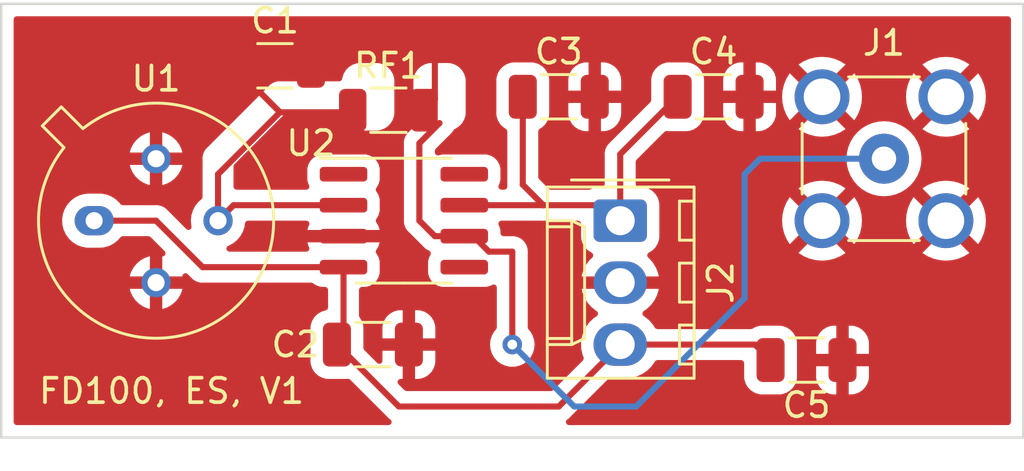
<source format=kicad_pcb>
(kicad_pcb (version 20211014) (generator pcbnew)
  (layers (0 "F.Cu" signal) (31 "B.Cu" signal) (34 "B.Paste" user) (35 "F.Paste" user) (36 "B.SilkS" user "B.Silkscreen") (37 "F.SilkS" user "F.Silkscreen") (38 "B.Mask" user) (39 "F.Mask" user) (44 "Edge.Cuts" user))
  (net 0 "")
  (net 1 "output")
  (net 2 "-5V")
  (net 3 "GND")
  (net 4 "+5V")
  (net 5 "Net-(RF1-Pad1)")
  (footprint "Capacitor_SMD:C_1206_3216Metric" (layer "F.Cu") (at 184.15 99.06)
    (fp_text reference "C2" (at -3.175 0) (layer "F.SilkS"))
    (fp_text value "0.1u")
    (fp_line (start -0.711252 0.91) (end 0.711252 0.91) (layer "F.SilkS") (width 0.12))
    (fp_line (start -0.711252 -0.91) (end 0.711252 -0.91) (layer "F.SilkS") (width 0.12))
    (pad "1" smd roundrect (at -1.475 0) (size 1.15 1.8) (layers "F.Cu" "F.Paste" "F.Mask") (roundrect_rratio 0.2173913043) (net 2 "-5V"))
    (pad "2" smd roundrect (at 1.475 0) (size 1.15 1.8) (layers "F.Cu" "F.Paste" "F.Mask") (roundrect_rratio 0.2173913043) (net 3 "GND"))
  )
  (footprint "Package_SO:SOIC-8_3.9x4.9mm_P1.27mm" (layer "F.Cu") (at 185.42 93.98)
    (fp_text reference "U2" (at -3.81 -3.175) (layer "F.SilkS"))
    (fp_text value "OPA356xxD")
    (fp_line (start 0 2.56) (end -1.95 2.56) (layer "F.SilkS") (width 0.12))
    (fp_line (start 0 2.56) (end 1.95 2.56) (layer "F.SilkS") (width 0.12))
    (fp_line (start 0 -2.56) (end -3.45 -2.56) (layer "F.SilkS") (width 0.12))
    (fp_line (start 0 -2.56) (end 1.95 -2.56) (layer "F.SilkS") (width 0.12))
    (pad "1" smd roundrect (at -2.475 -1.905) (size 1.95 0.6) (layers "F.Cu" "F.Paste" "F.Mask"))
    (pad "2" smd roundrect (at -2.475 -0.635) (size 1.95 0.6) (layers "F.Cu" "F.Paste" "F.Mask") (net 5 "Net-(RF1-Pad1)"))
    (pad "3" smd roundrect (at -2.475 0.635) (size 1.95 0.6) (layers "F.Cu" "F.Paste" "F.Mask") (net 3 "GND"))
    (pad "4" smd roundrect (at -2.475 1.905) (size 1.95 0.6) (layers "F.Cu" "F.Paste" "F.Mask") (net 2 "-5V"))
    (pad "5" smd roundrect (at 2.475 1.905) (size 1.95 0.6) (layers "F.Cu" "F.Paste" "F.Mask"))
    (pad "6" smd roundrect (at 2.475 0.635) (size 1.95 0.6) (layers "F.Cu" "F.Paste" "F.Mask") (net 1 "output"))
    (pad "7" smd roundrect (at 2.475 -0.635) (size 1.95 0.6) (layers "F.Cu" "F.Paste" "F.Mask") (net 4 "+5V"))
    (pad "8" smd roundrect (at 2.475 -1.905) (size 1.95 0.6) (layers "F.Cu" "F.Paste" "F.Mask"))
  )
  (footprint "Capacitor_SMD:C_1206_3216Metric" (layer "F.Cu") (at 201.93 99.695 180)
    (fp_text reference "C5" (at 0 -1.85) (layer "F.SilkS"))
    (fp_text value "10u")
    (fp_line (start -0.711252 -0.91) (end 0.711252 -0.91) (layer "F.SilkS") (width 0.12))
    (fp_line (start -0.711252 0.91) (end 0.711252 0.91) (layer "F.SilkS") (width 0.12))
    (pad "1" smd roundrect (at -1.475 0 180) (size 1.15 1.8) (layers "F.Cu" "F.Paste" "F.Mask") (roundrect_rratio 0.2173913043) (net 3 "GND"))
    (pad "2" smd roundrect (at 1.475 0 180) (size 1.15 1.8) (layers "F.Cu" "F.Paste" "F.Mask") (roundrect_rratio 0.2173913043) (net 2 "-5V"))
  )
  (footprint "Connector_Coaxial:SMA_Amphenol_901-144_Vertical" (layer "F.Cu") (at 205.105 91.44)
    (fp_text reference "J1" (at 0 -4.75) (layer "F.SilkS"))
    (fp_text value "Conn_Coaxial")
    (fp_line (start -3.355 -1.45) (end -3.355 1.45) (layer "F.SilkS") (width 0.12))
    (fp_line (start -1.45 -3.355) (end 1.45 -3.355) (layer "F.SilkS") (width 0.12))
    (fp_line (start 3.355 -1.45) (end 3.355 1.45) (layer "F.SilkS") (width 0.12))
    (fp_line (start -1.45 3.355) (end 1.45 3.355) (layer "F.SilkS") (width 0.12))
    (pad "1" thru_hole circle (at 0 0) (size 2.05 2.05) (drill 1) (layers *.Cu *.Mask) (net 1 "output"))
    (pad "2" thru_hole circle (at -2.54 2.54) (size 2.25 2.25) (drill 1.5) (layers *.Cu *.Mask) (net 3 "GND"))
    (pad "2" thru_hole circle (at 2.54 -2.54) (size 2.25 2.25) (drill 1.5) (layers *.Cu *.Mask) (net 3 "GND"))
    (pad "2" thru_hole circle (at -2.54 -2.54) (size 2.25 2.25) (drill 1.5) (layers *.Cu *.Mask) (net 3 "GND"))
    (pad "2" thru_hole circle (at 2.54 2.54) (size 2.25 2.25) (drill 1.5) (layers *.Cu *.Mask) (net 3 "GND"))
  )
  (footprint "Capacitor_SMD:C_1206_3216Metric" (layer "F.Cu") (at 191.77 88.9)
    (fp_text reference "C3" (at 0 -1.85) (layer "F.SilkS"))
    (fp_text value "0.1u")
    (fp_line (start -0.711252 0.91) (end 0.711252 0.91) (layer "F.SilkS") (width 0.12))
    (fp_line (start -0.711252 -0.91) (end 0.711252 -0.91) (layer "F.SilkS") (width 0.12))
    (pad "1" smd roundrect (at -1.475 0) (size 1.15 1.8) (layers "F.Cu" "F.Paste" "F.Mask") (roundrect_rratio 0.2173913043) (net 4 "+5V"))
    (pad "2" smd roundrect (at 1.475 0) (size 1.15 1.8) (layers "F.Cu" "F.Paste" "F.Mask") (roundrect_rratio 0.2173913043) (net 3 "GND"))
  )
  (footprint "Capacitor_SMD:C_1206_3216Metric" (layer "F.Cu") (at 198.12 88.9)
    (fp_text reference "C4" (at 0 -1.85) (layer "F.SilkS"))
    (fp_text value "10u")
    (fp_line (start -0.711252 0.91) (end 0.711252 0.91) (layer "F.SilkS") (width 0.12))
    (fp_line (start -0.711252 -0.91) (end 0.711252 -0.91) (layer "F.SilkS") (width 0.12))
    (pad "1" smd roundrect (at -1.475 0) (size 1.15 1.8) (layers "F.Cu" "F.Paste" "F.Mask") (roundrect_rratio 0.2173913043) (net 4 "+5V"))
    (pad "2" smd roundrect (at 1.475 0) (size 1.15 1.8) (layers "F.Cu" "F.Paste" "F.Mask") (roundrect_rratio 0.2173913043) (net 3 "GND"))
  )
  (footprint "Resistor_SMD:R_1206_3216Metric" (layer "F.Cu") (at 184.785 89.45)
    (fp_text reference "RF1" (at 0 -1.82) (layer "F.SilkS"))
    (fp_text value "1k")
    (fp_line (start -0.727064 0.91) (end 0.727064 0.91) (layer "F.SilkS") (width 0.12))
    (fp_line (start -0.727064 -0.91) (end 0.727064 -0.91) (layer "F.SilkS") (width 0.12))
    (pad "1" smd roundrect (at -1.4625 0) (size 1.125 1.75) (layers "F.Cu" "F.Paste" "F.Mask") (roundrect_rratio 0.2222222222) (net 5 "Net-(RF1-Pad1)"))
    (pad "2" smd roundrect (at 1.4625 0) (size 1.125 1.75) (layers "F.Cu" "F.Paste" "F.Mask") (roundrect_rratio 0.2222222222) (net 1 "output"))
  )
  (footprint "Capacitor_SMD:C_1206_3216Metric" (layer "F.Cu") (at 180.135 87.63)
    (fp_text reference "C1" (at 0 -1.85) (layer "F.SilkS"))
    (fp_text value "C")
    (fp_line (start -0.711252 -0.91) (end 0.711252 -0.91) (layer "F.SilkS") (width 0.12))
    (fp_line (start -0.711252 0.91) (end 0.711252 0.91) (layer "F.SilkS") (width 0.12))
    (pad "1" smd roundrect (at -1.475 0) (size 1.15 1.8) (layers "F.Cu" "F.Paste" "F.Mask") (roundrect_rratio 0.217391) (net 5 "Net-(RF1-Pad1)"))
    (pad "2" smd roundrect (at 1.475 0) (size 1.15 1.8) (layers "F.Cu" "F.Paste" "F.Mask") (roundrect_rratio 0.217391) (net 1 "output"))
  )
  (footprint "Package_TO_SOT_THT:TO-33-4" (layer "F.Cu") (at 172.72 93.98)
    (fp_text reference "U1" (at 2.54 -5.82) (layer "F.SilkS"))
    (fp_text value "FDS100")
    (fp_line (start -0.457084 -3.774902) (end -1.348039 -4.665856) (layer "F.SilkS") (width 0.12))
    (fp_line (start -1.348039 -4.665856) (end -2.125856 -3.888039) (layer "F.SilkS") (width 0.12))
    (fp_line (start -2.125856 -3.888039) (end -1.234902 -2.997084) (layer "F.SilkS") (width 0.12))
    (fp_arc (start -0.457084 -3.774902) (mid 5.948125 3.408384) (end -1.234674 -2.997371) (layer "F.SilkS") (width 0.12))
    (pad "1" thru_hole oval (at 0 0) (size 1.6 1.2) (drill 0.7) (layers *.Cu *.Mask) (net 2 "-5V"))
    (pad "2" thru_hole oval (at 2.54 2.54) (size 1.2 1.2) (drill 0.7) (layers *.Cu *.Mask) (net 3 "GND"))
    (pad "2" thru_hole oval (at 2.54 -2.54) (size 1.2 1.2) (drill 0.7) (layers *.Cu *.Mask) (net 3 "GND"))
    (pad "3" thru_hole oval (at 5.08 0) (size 1.2 1.2) (drill 0.7) (layers *.Cu *.Mask) (net 5 "Net-(RF1-Pad1)"))
  )
  (footprint "Connector_Molex:Molex_KK-254_AE-6410-03A_1x03_P2.54mm_Vertical" (layer "F.Cu") (at 194.29 93.98 -90)
    (fp_text reference "J2" (at 2.54 -4.12 90) (layer "F.SilkS"))
    (fp_text value "Conn_01x03_Female")
    (fp_line (start 0 1.99) (end 5.08 1.99) (layer "F.SilkS") (width 0.12))
    (fp_line (start 1.74 -3.03) (end 1.74 -2.43) (layer "F.SilkS") (width 0.12))
    (fp_line (start 0.8 -2.43) (end 0.8 -3.03) (layer "F.SilkS") (width 0.12))
    (fp_line (start -0.8 -2.43) (end 0.8 -2.43) (layer "F.SilkS") (width 0.12))
    (fp_line (start 0 1.99) (end 0.25 1.46) (layer "F.SilkS") (width 0.12))
    (fp_line (start 4.28 -2.43) (end 5.88 -2.43) (layer "F.SilkS") (width 0.12))
    (fp_line (start 5.08 1.99) (end 5.08 2.99) (layer "F.SilkS") (width 0.12))
    (fp_line (start 0.25 1.46) (end 4.83 1.46) (layer "F.SilkS") (width 0.12))
    (fp_line (start 4.83 1.46) (end 5.08 1.99) (layer "F.SilkS") (width 0.12))
    (fp_line (start -1.38 -3.03) (end -1.38 2.99) (layer "F.SilkS") (width 0.12))
    (fp_line (start 0.25 2.99) (end 0.25 1.99) (layer "F.SilkS") (width 0.12))
    (fp_line (start -0.8 -3.03) (end -0.8 -2.43) (layer "F.SilkS") (width 0.12))
    (fp_line (start -1.67 -2) (end -1.67 2) (layer "F.SilkS") (width 0.12))
    (fp_line (start 6.46 2.99) (end 6.46 -3.03) (layer "F.SilkS") (width 0.12))
    (fp_line (start 4.28 -3.03) (end 4.28 -2.43) (layer "F.SilkS") (width 0.12))
    (fp_line (start 1.74 -2.43) (end 3.34 -2.43) (layer "F.SilkS") (width 0.12))
    (fp_line (start 5.88 -2.43) (end 5.88 -3.03) (layer "F.SilkS") (width 0.12))
    (fp_line (start 3.34 -2.43) (end 3.34 -3.03) (layer "F.SilkS") (width 0.12))
    (fp_line (start -1.38 2.99) (end 6.46 2.99) (layer "F.SilkS") (width 0.12))
    (fp_line (start 4.83 2.99) (end 4.83 1.99) (layer "F.SilkS") (width 0.12))
    (fp_line (start 0 2.99) (end 0 1.99) (layer "F.SilkS") (width 0.12))
    (fp_line (start 6.46 -3.03) (end -1.38 -3.03) (layer "F.SilkS") (width 0.12))
    (pad "1" thru_hole roundrect (at 0 0 270) (size 1.74 2.19) (drill 1.19) (layers *.Cu *.Mask) (roundrect_rratio 0.1436781609) (net 4 "+5V"))
    (pad "2" thru_hole oval (at 2.54 0 270) (size 1.74 2.19) (drill 1.19) (layers *.Cu *.Mask) (net 3 "GND"))
    (pad "3" thru_hole oval (at 5.08 0 270) (size 1.74 2.19) (drill 1.19) (layers *.Cu *.Mask) (net 2 "-5V"))
  )
  (gr_rect (start 168.91 85.09) (end 210.82 102.87) (layer "Edge.Cuts") (width 0.1) (fill none))
  (gr_text "FD100, ES, V1" (at 175.895 100.965) (layer "F.SilkS") (effects (font (size 1 1))))
  (segment (start 186.055 93.98) (end 186.69 94.615) (width 0.25) (layer "F.Cu") (net 1))
  (segment (start 186.69 86.36) (end 186.69 89.0075) (width 0.25) (layer "F.Cu") (net 1))
  (segment (start 187.895 94.615) (end 188.271751 94.615) (width 0.25) (layer "F.Cu") (net 1))
  (segment (start 182.88 86.36) (end 186.69 86.36) (width 0.25) (layer "F.Cu") (net 1))
  (segment (start 186.69 94.615) (end 187.895 94.615) (width 0.25) (layer "F.Cu") (net 1))
  (segment (start 186.8825 89.9775) (end 186.055 90.805) (width 0.25) (layer "F.Cu") (net 1))
  (segment (start 186.69 89.0075) (end 186.2475 89.45) (width 0.25) (layer "F.Cu") (net 1))
  (segment (start 189.865 95.25) (end 189.865 99.06) (width 0.25) (layer "F.Cu") (net 1))
  (segment (start 181.61 87.63) (end 182.88 86.36) (width 0.25) (layer "F.Cu") (net 1))
  (segment (start 188.271751 94.615) (end 188.906751 95.25) (width 0.25) (layer "F.Cu") (net 1))
  (segment (start 188.906751 95.25) (end 189.865 95.25) (width 0.25) (layer "F.Cu") (net 1))
  (segment (start 186.055 90.805) (end 186.055 93.98) (width 0.25) (layer "F.Cu") (net 1))
  (via (at 189.865 99.06) (size 0.8) (drill 0.4) (layers "F.Cu" "B.Cu") (net 1))
  (segment (start 192.405 101.6) (end 194.945 101.6) (width 0.25) (layer "B.Cu") (net 1))
  (segment (start 199.39 92.075) (end 200.025 91.44) (width 0.25) (layer "B.Cu") (net 1))
  (segment (start 194.945 101.6) (end 199.39 97.155) (width 0.25) (layer "B.Cu") (net 1))
  (segment (start 199.39 97.155) (end 199.39 92.075) (width 0.25) (layer "B.Cu") (net 1))
  (segment (start 189.865 99.06) (end 192.405 101.6) (width 0.25) (layer "B.Cu") (net 1))
  (segment (start 200.025 91.44) (end 205.105 91.44) (width 0.25) (layer "B.Cu") (net 1))
  (segment (start 177.165 95.885) (end 182.945 95.885) (width 0.25) (layer "F.Cu") (net 2))
  (segment (start 194.29 99.06) (end 199.82 99.06) (width 0.25) (layer "F.Cu") (net 2))
  (segment (start 182.945 95.885) (end 182.945 98.79) (width 0.25) (layer "F.Cu") (net 2))
  (segment (start 175.26 93.98) (end 177.165 95.885) (width 0.25) (layer "F.Cu") (net 2))
  (segment (start 172.72 93.98) (end 175.26 93.98) (width 0.25) (layer "F.Cu") (net 2))
  (segment (start 182.945 98.79) (end 182.675 99.06) (width 0.25) (layer "F.Cu") (net 2))
  (segment (start 185.215 101.6) (end 191.77 101.6) (width 0.25) (layer "F.Cu") (net 2))
  (segment (start 191.77 101.6) (end 194.29 99.08) (width 0.25) (layer "F.Cu") (net 2))
  (segment (start 182.675 99.06) (end 185.215 101.6) (width 0.25) (layer "F.Cu") (net 2))
  (segment (start 194.29 99.08) (end 194.29 99.06) (width 0.25) (layer "F.Cu") (net 2))
  (segment (start 199.82 99.06) (end 200.455 99.695) (width 0.25) (layer "F.Cu") (net 2))
  (segment (start 191.135 93.345) (end 193.655 93.345) (width 0.25) (layer "F.Cu") (net 4))
  (segment (start 190.295 88.9) (end 190.295 92.505) (width 0.25) (layer "F.Cu") (net 4))
  (segment (start 194.29 91.255) (end 194.29 93.98) (width 0.25) (layer "F.Cu") (net 4))
  (segment (start 190.295 92.505) (end 191.135 93.345) (width 0.25) (layer "F.Cu") (net 4))
  (segment (start 196.645 88.9) (end 194.29 91.255) (width 0.25) (layer "F.Cu") (net 4))
  (segment (start 187.895 93.345) (end 191.135 93.345) (width 0.25) (layer "F.Cu") (net 4))
  (segment (start 193.655 93.345) (end 194.29 93.98) (width 0.25) (layer "F.Cu") (net 4))
  (segment (start 178.435 93.345) (end 182.945 93.345) (width 0.25) (layer "F.Cu") (net 5))
  (segment (start 177.8 93.98) (end 178.435 93.345) (width 0.25) (layer "F.Cu") (net 5))
  (segment (start 177.8 92.075) (end 177.8 93.98) (width 0.25) (layer "F.Cu") (net 5))
  (segment (start 178.66 87.855) (end 180.34 89.535) (width 0.25) (layer "F.Cu") (net 5))
  (segment (start 178.66 87.63) (end 178.66 87.855) (width 0.25) (layer "F.Cu") (net 5))
  (segment (start 182.88 89.535) (end 180.34 89.535) (width 0.25) (layer "F.Cu") (net 5))
  (segment (start 180.34 89.535) (end 177.8 92.075) (width 0.25) (layer "F.Cu") (net 5))
  (zone (net 3) (net_name "GND") (layer "F.Cu") (connect_pads (clearance 0.508)) (min_thickness 0.254) (fill yes (thermal_gap 0.508) (thermal_bridge_width 0.508))
    (polygon (pts (xy 210.82 102.87) (xy 168.91 102.87) (xy 168.91 85.09) (xy 210.82 85.09)))
  )
)
</source>
